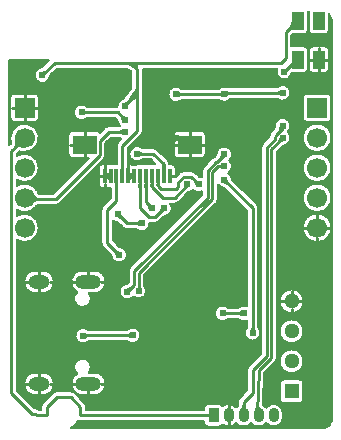
<source format=gbl>
G04 Layer: BottomLayer*
G04 EasyEDA Pro v2.2.32.3, 2024-10-30 17:41:05*
G04 Gerber Generator version 0.3*
G04 Scale: 100 percent, Rotated: No, Reflected: No*
G04 Dimensions in millimeters*
G04 Leading zeros omitted, absolute positions, 3 integers and 5 decimals*
%FSLAX35Y35*%
%MOMM*%
%ADD10C,0.2032*%
%ADD11C,0.254*%
%ADD12R,0.9X1.2*%
%ADD13O,0.9X1.2*%
%ADD14O,1.8X1.2*%
%ADD15O,2.2X1.2*%
%ADD16R,2.0X1.6*%
%ADD17R,2.0010X1.6*%
%ADD18R,2.0X1.6*%
%ADD19R,0.29997X1.3*%
%ADD20R,1.7X1.7*%
%ADD21C,1.7*%
%ADD22R,1.2954X1.2954*%
%ADD23C,1.2954*%
%ADD24R,0.997X1.54501*%
%ADD25C,0.61*%
G75*


G04 Copper Start*
G36*
G01X48098Y-1153293D02*
G01X35814Y-1165577D01*
G01X35814Y-447676D01*
G01X372715Y-447676D01*
G01X313163Y-507227D01*
G01X310375Y-507550D01*
G03X268430Y-620570I4946J-66129D01*
G03X381450Y-578625I46891J46891D01*
G01X381773Y-575837D01*
G01X439195Y-518414D01*
G01X1029172Y-518414D01*
G02X1069086Y-542289I-67599J-158312D01*
G01X1069086Y-682809D01*
G02X1025769Y-744400I-198949J93890D01*
G01X997788Y-772382D01*
G01X996416Y-773554D01*
G01X995169Y-774384D01*
G01X987823Y-778170D01*
G03X949725Y-840486I28177J-60030D01*
G01X693163Y-840486D01*
G01X690962Y-838741D01*
G03X581386Y-889000I-43262J-50259D01*
G03X690962Y-939259I66314J0D01*
G01X693163Y-937514D01*
G01X932405Y-937514D01*
G01X949548Y-954658D01*
G01X949871Y-957453D01*
G03X973375Y-1003300I66129J4953D01*
G01X972738Y-1003841D01*
G01X970537Y-1005586D01*
G01X876300Y-1005586D01*
G03X841995Y-1019795I0J-48514D01*
G01X801513Y-1060278D01*
G03X772592Y-1045588I-28921J-21124D01*
G01X572592Y-1045588D01*
G03X536778Y-1081402I0J-35814D01*
G01X536778Y-1241402D01*
G03X572592Y-1277216I35814J0D01*
G01X707625Y-1277216D01*
G01X407756Y-1577086D01*
G01X290991Y-1577086D01*
G01X287690Y-1576921D01*
G01X286425Y-1576713D01*
G01X286038Y-1576527D01*
G01X285309Y-1575777D01*
G01X284322Y-1574565D01*
G01X280111Y-1568359D01*
G01X274956Y-1559931D01*
G01X274576Y-1559324D01*
G01X268318Y-1549536D01*
G03X266838Y-1547396I-30174J-19292D01*
G01X264814Y-1544686D01*
G03X100714Y-1510673I-99714J-68214D01*
G01X100714Y-1461127D01*
G03X285914Y-1358900I64386J102227D01*
G03X100714Y-1256673I-120814J0D01*
G01X100714Y-1237895D01*
G01X116707Y-1221902D01*
G01X119637Y-1219219D01*
G01X120260Y-1218864D01*
G01X127676Y-1220520D01*
G01X137391Y-1222759D01*
G03X140141Y-1223280I8043J34899D01*
G01X143992Y-1223856D01*
G03X150512Y-1224830I21108J118956D01*
G01X151401Y-1224963D01*
G03X154711Y-1225301I5293J35421D01*
G01X156096Y-1225378D01*
G03X160727Y-1225635I9004J120478D01*
G01X161016Y-1225651D01*
G01X163458Y-1225703D01*
G03X250528Y-1019472I1642J120803D01*
G03X44297Y-1106542I-85428J-85428D01*
G01X44349Y-1108984D01*
G01X44365Y-1109273D01*
G03X44622Y-1113904I120735J4373D01*
G01X44699Y-1115289D01*
G03X45037Y-1118599I35759J1983D01*
G01X45170Y-1119488D01*
G03X46144Y-1126008I119930J14588D01*
G01X46720Y-1129859D01*
G03X47241Y-1132609I35421J5293D01*
G01X49480Y-1142324D01*
G01X51153Y-1149861D01*
G01X50781Y-1150363D01*
G01X48098Y-1153293D01*
G37*
%LPC*%
G36*
G01X44286Y-935900D02*
G03X80100Y-971714I35814J0D01*
G01X250100Y-971714D01*
G03X285914Y-935900I0J35814D01*
G01X285914Y-765900D01*
G03X250100Y-730086I-35814J0D01*
G01X80100Y-730086D01*
G03X44286Y-765900I0J-35814D01*
G01X44286Y-935900D01*
G37*
%LPD*%
G36*
G01X2700000Y-3564186D02*
G01X553974Y-3564186D01*
G03X618515Y-3498827I-58674J122486D01*
G03X638000Y-3502912I19485J44429D01*
G01X1684478Y-3502907D01*
G01X1684478Y-3514392D01*
G03X1720292Y-3550206I35814J0D01*
G01X1810292Y-3550206D01*
G03X1841389Y-3532159I0J35814D01*
G03X1955792Y-3519379I50904J62767D01*
G03X2082792Y-3519379I63500J49986D01*
G03X2209792Y-3519379I63500J49986D01*
G03X2354106Y-3469392I63500J49986D01*
G01X2354106Y-3439392D01*
G03X2209792Y-3389406I-80814J0D01*
G03X2188645Y-3370565I-63500J-49986D01*
G01X2188068Y-3370143D01*
G01X2187272Y-3369070D01*
G01X2186259Y-3367309D01*
G01X2185368Y-3365290D01*
G01X2184800Y-3363504D01*
G01X2184615Y-3362542D01*
G01X2184557Y-3361367D01*
G01X2194103Y-3093752D01*
G01X2287465Y-3000390D01*
G03X2301675Y-2966085I-34305J34305D01*
G01X2301675Y-1221335D01*
G01X2351658Y-1171352D01*
G01X2354453Y-1171029D01*
G03X2412619Y-1125236I-4953J66129D01*
G03X2392125Y-1054100I-63119J20336D01*
G03X2370504Y-940400I-42625J50800D01*
G03X2284904Y-1018297I-21004J-62900D01*
G01X2256795Y-1046405D01*
G03X2243408Y-1071817I34305J-34305D01*
G03X2234631Y-1099648I39737J-27831D01*
G01X2234631Y-1100814D01*
G01X2183256Y-1152189D01*
G03X2169047Y-1186494I34305J-34305D01*
G01X2169047Y-2931244D01*
G01X2063696Y-3036595D01*
G03X2049486Y-3070900I34305J-34305D01*
G01X2049486Y-3241305D01*
G01X1984988Y-3305803D01*
G03X1970778Y-3340108I34305J-34305D01*
G01X1970778Y-3367905D01*
G01X1970694Y-3368917D01*
G01X1970564Y-3369473D01*
G01X1970023Y-3370961D01*
G01X1969018Y-3373053D01*
G01X1967602Y-3375454D01*
G01X1965890Y-3377908D01*
G01X1964046Y-3380188D01*
G01X1961740Y-3382659D01*
G03X1955792Y-3389406I57552J-56733D01*
G03X1841389Y-3376625I-63500J-49986D01*
G03X1810292Y-3358578I-31096J-17767D01*
G01X1720292Y-3358578D01*
G03X1684478Y-3394392I0J-35814D01*
G01X1684478Y-3405879D01*
G01X686514Y-3405884D01*
G01X686514Y-3382592D01*
G03X672305Y-3348287I-48514J0D01*
G01X588713Y-3264695D01*
G03X554408Y-3250486I-34305J-34305D01*
G01X436192Y-3250486D01*
G03X401887Y-3264695I0J-48514D01*
G01X318295Y-3348287D01*
G03X304086Y-3382592I34305J-34305D01*
G01X304086Y-3405886D01*
G01X286725Y-3405886D01*
G03X254000Y-3393186I-32725J-35814D01*
G01X248695Y-3393186D01*
G01X100714Y-3245205D01*
G01X100714Y-1969127D01*
G03X285914Y-1866900I64386J102227D01*
G03X100714Y-1764673I-120814J0D01*
G01X100714Y-1715127D01*
G03X259327Y-1688513I64386J102227D01*
G01X265206Y-1682461D01*
G01X270905Y-1677148D01*
G01X274880Y-1674114D01*
G01X427851Y-1674114D01*
G03X462155Y-1659905I0J48514D01*
G01X834797Y-1287263D01*
G03X849006Y-1252959I-34305J34305D01*
G01X849006Y-1150003D01*
G01X896395Y-1102614D01*
G01X970537Y-1102614D01*
G01X972738Y-1104359D01*
G03X984387Y-1112394I43262J50259D01*
G01X958251Y-1138530D01*
G03X944042Y-1172835I34305J-34305D01*
G01X944042Y-1326349D01*
G01X944033Y-1328635D01*
G01X927519Y-1328635D01*
G03X917499Y-1330065I0J-35814D01*
G03X907479Y-1328635I-10020J-34384D01*
G01X877481Y-1328635D01*
G03X867524Y-1330047I0J-35814D01*
G03X857568Y-1328635I-9957J-34402D01*
G01X827570Y-1328635D01*
G03X791756Y-1364449I0J-35814D01*
G01X791756Y-1494448D01*
G03X827570Y-1530262I35814J0D01*
G01X857568Y-1530262D01*
G03X867524Y-1528850I0J35814D01*
G03X877481Y-1530262I9957J34402D01*
G01X893995Y-1530262D01*
G01X894004Y-1532548D01*
G01X894004Y-1615487D01*
G01X829295Y-1680195D01*
G03X815086Y-1714500I34305J-34305D01*
G01X815086Y-1993900D01*
G03X829295Y-2028205I48514J0D01*
G01X898748Y-2097658D01*
G01X899071Y-2100448D01*
G03X1012091Y-2142391I66129J4948D01*
G03X970148Y-2029371I-46891J46891D01*
G01X967358Y-2029048D01*
G01X912114Y-1973805D01*
G01X912114Y-1805198D01*
G03X947552Y-1818729I40386J52598D01*
G01X950342Y-1819052D01*
G01X994395Y-1863105D01*
G03X1028700Y-1877314I34305J34305D01*
G01X1110237Y-1877314D01*
G01X1112438Y-1879059D01*
G03X1184382Y-1888591I43262J50259D01*
G03X1221975Y-1826514I-28682J59791D01*
G01X1270000Y-1826514D01*
G03X1304305Y-1812305I0J48514D01*
G01X1348358Y-1768252D01*
G01X1351148Y-1767929D01*
G03X1406733Y-1728880I-4948J66129D01*
G03X1398798Y-1661414I-60533J27080D01*
G01X1435100Y-1661414D01*
G03X1469405Y-1647205I0J48514D01*
G01X1551803Y-1564806D01*
G01X1553337Y-1564299D01*
G01X1557056Y-1563418D01*
G03X1590675Y-1544746I-14006J64818D01*
G03X1668486Y-1557645I47625J46146D01*
G01X1668486Y-1590759D01*
G01X1060396Y-2198849D01*
G03X1046186Y-2233154I34305J-34305D01*
G01X1046186Y-2326905D01*
G01X1032892Y-2340198D01*
G01X1030097Y-2340521D01*
G03X975999Y-2436824I4953J-66129D01*
G03X1085737Y-2449409I59051J30174D01*
G03X1177501Y-2446879I44563J49109D01*
G03X1178814Y-2355090I-47201J46579D01*
G01X1178814Y-2267995D01*
G01X1786905Y-1659905D01*
G03X1801114Y-1625600I-34305J34305D01*
G01X1801114Y-1500242D01*
G03X1849252Y-1526629I53086J39742D01*
G01X1852042Y-1526952D01*
G01X2046986Y-1721895D01*
G01X2046986Y-2530542D01*
G03X1976038Y-2540541I-27686J-60258D01*
G01X1973837Y-2542286D01*
G01X1886963Y-2542286D01*
G01X1884762Y-2540541D01*
G03X1775186Y-2590800I-43262J-50259D01*
G03X1884762Y-2641059I66314J0D01*
G01X1886963Y-2639314D01*
G01X1973837Y-2639314D01*
G01X1976038Y-2641059D01*
G03X2046986Y-2651058I43262J50259D01*
G01X2046986Y-2710437D01*
G01X2045241Y-2712638D01*
G03X2095500Y-2822214I50259J-43262D01*
G03X2145759Y-2712638I0J66314D01*
G01X2144014Y-2710437D01*
G01X2144014Y-1701800D01*
G03X2129805Y-1667495I-48514J0D01*
G01X1920652Y-1458342D01*
G01X1920329Y-1455552D01*
G03X1887837Y-1403350I-66129J-4948D01*
G03X1920285Y-1351703I-33637J57150D01*
G03X1896825Y-1295400I-66085J5503D01*
G03X1879356Y-1183242I-42625J50800D01*
G03X1788182Y-1250858I-25156J-61358D01*
G01X1774989Y-1264050D01*
G03X1754349Y-1276296I13665J-46550D01*
G01X1682696Y-1347949D01*
G03X1668486Y-1382254I34305J-34305D01*
G01X1668486Y-1439555D01*
G03X1643248Y-1432471I-30186J-59045D01*
G01X1640458Y-1432148D01*
G01X1609105Y-1400795D01*
G03X1574800Y-1386586I-34305J-34305D01*
G01X1511300Y-1386586D01*
G03X1476995Y-1400795I0J-48514D01*
G01X1443419Y-1434372D01*
G01X1443419Y-1364449D01*
G03X1407605Y-1328635I-35814J0D01*
G01X1391066Y-1328635D01*
G03X1376872Y-1295563I-48498J-1233D01*
G01X1286494Y-1205185D01*
G03X1252190Y-1190976I-34305J-34305D01*
G01X1163063Y-1190976D01*
G01X1160862Y-1189230D01*
G03X1051286Y-1239490I-43262J-50259D01*
G03X1160862Y-1289749I66314J0D01*
G01X1163063Y-1288004D01*
G01X1232094Y-1288004D01*
G01X1273012Y-1328921D01*
G03X1267511Y-1330065I4519J-35528D01*
G03X1257491Y-1328635I-10020J-34384D01*
G01X1227493Y-1328635D01*
G03X1217536Y-1330047I0J-35814D01*
G03X1207580Y-1328635I-9957J-34402D01*
G01X1177582Y-1328635D01*
G03X1167625Y-1330047I0J-35814D01*
G03X1157669Y-1328635I-9957J-34402D01*
G01X1127671Y-1328635D01*
G03X1117651Y-1330065I0J-35814D01*
G03X1107631Y-1328635I-10020J-34384D01*
G01X1077633Y-1328635D01*
G03X1067613Y-1330065I0J-35814D01*
G03X1057593Y-1328635I-10020J-34384D01*
G01X1041079Y-1328635D01*
G01X1041070Y-1326349D01*
G01X1041070Y-1192930D01*
G01X1151905Y-1082095D01*
G03X1166114Y-1047790I-34305J34305D01*
G01X1166114Y-520700D01*
G01X1166060Y-518414D01*
G01X2301942Y-518414D01*
G03X2343127Y-609612I60258J-27686D01*
G03X2427742Y-556193I19073J63512D01*
G01X2429088Y-556218D01*
G01X2528788Y-556218D01*
G03X2564602Y-520404I0J35814D01*
G01X2564602Y-365904D01*
G03X2528788Y-330090I-35814J0D01*
G01X2429088Y-330090D01*
G03X2423414Y-330542I0J-35814D01*
G01X2423414Y-232520D01*
G02X2432395Y-228710I15524J-24108D01*
G01X2528788Y-228710D01*
G03X2564602Y-192896I0J35814D01*
G01X2564602Y-38396D01*
G03X2564509Y-35814I-35814J0D01*
G01X2571371Y-35814D01*
G03X2571278Y-38396I35721J-2582D01*
G01X2571278Y-192896D01*
G03X2607092Y-228710I35814J0D01*
G01X2706792Y-228710D01*
G03X2742606Y-192896I0J35814D01*
G01X2742606Y-51994D01*
G02X2764186Y-100000I-42606J-48006D01*
G01X2764186Y-3500000D01*
G02X2700000Y-3564186I-64186J0D01*
G37*
%LPC*%
G36*
G01X317274Y-3092089D02*
G01X257274Y-3092089D01*
G03X257274Y-3283717I0J-95814D01*
G01X317274Y-3283717D01*
G03X317274Y-3092089I0J95814D01*
G37*
G36*
G01X317274Y-2228083D02*
G01X257274Y-2228083D01*
G03X257274Y-2419711I0J-95814D01*
G01X317274Y-2419711D01*
G03X317274Y-2228083I0J95814D01*
G37*
G36*
G01X655282Y-3283717D02*
G01X755282Y-3283717D01*
G03X755282Y-3092089I0J95814D01*
G01X708071Y-3092089D01*
G03X648031Y-2974457I-52802J47188D01*
G03X613167Y-3101841I7239J-70444D01*
G03X655282Y-3283717I42115J-86062D01*
G37*
G36*
G01X755282Y-2419711D02*
G03X755282Y-2228083I0J95814D01*
G01X655282Y-2228083D01*
G03X613167Y-2409959I0J-95814D01*
G03X648031Y-2537343I42102J-56940D01*
G03X708071Y-2419711I7239J70444D01*
G01X755282Y-2419711D01*
G37*
G36*
G01X1034037Y-2825193D02*
G01X1036238Y-2826939D01*
G03X1145814Y-2776679I43262J50259D01*
G03X1036238Y-2726420I-66314J0D01*
G01X1034037Y-2728165D01*
G01X700868Y-2728165D01*
G01X699376Y-2727420D01*
G01X696099Y-2725415D01*
G03X594724Y-2790477I-35699J-55885D01*
G03X710051Y-2825259I65676J9177D01*
G01X1034037Y-2825193D01*
G37*
G36*
G01X2304037Y-772414D02*
G01X2306238Y-774159D01*
G03X2415814Y-723900I43262J50259D01*
G03X2306238Y-673641I-66314J0D01*
G01X2304037Y-675386D01*
G01X1889223Y-675386D01*
G01X1885618Y-675190D01*
G01X1880897Y-674614D01*
G01X1876254Y-673798D01*
G01X1872647Y-672903D01*
G03X1810938Y-686341I-18447J-63697D01*
G01X1808737Y-688086D01*
G01X1493263Y-688086D01*
G01X1491062Y-686341D01*
G03X1381486Y-736600I-43262J-50259D01*
G03X1491062Y-786859I66314J0D01*
G01X1493263Y-785114D01*
G01X1808737Y-785114D01*
G01X1810938Y-786859D01*
G03X1910011Y-772414I43262J50259D01*
G01X2304037Y-772414D01*
G37*
G36*
G01X1698422Y-1081352D02*
G03X1662608Y-1045538I-35814J0D01*
G01X1462608Y-1045538D01*
G03X1426794Y-1081352I0J-35814D01*
G01X1426794Y-1241351D01*
G03X1462608Y-1277165I35814J0D01*
G01X1662608Y-1277165D01*
G03X1698422Y-1241351I0J35814D01*
G01X1698422Y-1081352D01*
G37*
G36*
G01X2425700Y-2388616D02*
G03X2425700Y-2589784I0J-100584D01*
G03X2425700Y-2388616I0J100584D01*
G37*
G36*
G01X2425700Y-2642616D02*
G03X2425700Y-2843784I0J-100584D01*
G03X2425700Y-2642616I0J100584D01*
G37*
G36*
G01X2325116Y-3315970D02*
G03X2360930Y-3351784I35814J0D01*
G01X2490470Y-3351784D01*
G03X2526284Y-3315970I0J35814D01*
G01X2526284Y-3186430D01*
G03X2490470Y-3150616I-35814J0D01*
G01X2360930Y-3150616D01*
G03X2325116Y-3186430I0J-35814D01*
G01X2325116Y-3315970D01*
G37*
G36*
G01X2425700Y-2896616D02*
G03X2425700Y-3097784I0J-100584D01*
G03X2425700Y-2896616I0J100584D01*
G37*
G36*
G01X2520786Y-935900D02*
G03X2556600Y-971714I35814J0D01*
G01X2726600Y-971714D01*
G03X2762414Y-935900I0J35814D01*
G01X2762414Y-765900D01*
G03X2726600Y-730086I-35814J0D01*
G01X2556600Y-730086D01*
G03X2520786Y-765900I0J-35814D01*
G01X2520786Y-935900D01*
G37*
G36*
G01X2641600Y-1492086D02*
G03X2641600Y-1733714I0J-120814D01*
G03X2641600Y-1492086I0J120814D01*
G37*
G36*
G01X2641600Y-1238086D02*
G03X2641600Y-1479714I0J-120814D01*
G03X2641600Y-1238086I0J120814D01*
G37*
G36*
G01X2641600Y-984086D02*
G03X2641600Y-1225714I0J-120814D01*
G03X2641600Y-984086I0J120814D01*
G37*
G36*
G01X2641600Y-1746086D02*
G03X2641600Y-1987714I0J-120814D01*
G03X2641600Y-1746086I0J120814D01*
G37*
G36*
G01X2607092Y-330090D02*
G03X2571278Y-365904I0J-35814D01*
G01X2571278Y-520404D01*
G03X2607092Y-556218I35814J0D01*
G01X2706792Y-556218D01*
G03X2742606Y-520404I0J35814D01*
G01X2742606Y-365904D01*
G03X2706792Y-330090I-35814J0D01*
G01X2607092Y-330090D01*
G37*
%LPD*%
G54D10*
G01X48098Y-1153293D02*
G01X35814Y-1165577D01*
G01X35814Y-447676D01*
G01X372715Y-447676D01*
G01X313163Y-507227D01*
G01X310375Y-507550D01*
G03X268430Y-620570I4946J-66129D01*
G03X381450Y-578625I46891J46891D01*
G01X381773Y-575837D01*
G01X439195Y-518414D01*
G01X1029172Y-518414D01*
G02X1069086Y-542289I-67599J-158312D01*
G01X1069086Y-682809D01*
G02X1025769Y-744400I-198949J93890D01*
G01X997788Y-772382D01*
G01X996416Y-773554D01*
G01X995169Y-774384D01*
G01X987823Y-778170D01*
G03X949725Y-840486I28177J-60030D01*
G01X693163Y-840486D01*
G01X690962Y-838741D01*
G03X581386Y-889000I-43262J-50259D01*
G03X690962Y-939259I66314J0D01*
G01X693163Y-937514D01*
G01X932405Y-937514D01*
G01X949548Y-954658D01*
G01X949871Y-957453D01*
G03X973375Y-1003300I66129J4953D01*
G01X972738Y-1003841D01*
G01X970537Y-1005586D01*
G01X876300Y-1005586D01*
G03X841995Y-1019795I0J-48514D01*
G01X801513Y-1060278D01*
G03X772592Y-1045588I-28921J-21124D01*
G01X572592Y-1045588D01*
G03X536778Y-1081402I0J-35814D01*
G01X536778Y-1241402D01*
G03X572592Y-1277216I35814J0D01*
G01X707625Y-1277216D01*
G01X407756Y-1577086D01*
G01X290991Y-1577086D01*
G01X287690Y-1576921D01*
G01X286425Y-1576713D01*
G01X286038Y-1576527D01*
G01X285309Y-1575777D01*
G01X284322Y-1574565D01*
G01X280111Y-1568359D01*
G01X274956Y-1559931D01*
G01X274576Y-1559324D01*
G01X268318Y-1549536D01*
G03X266838Y-1547396I-30174J-19292D01*
G01X264814Y-1544686D01*
G03X100714Y-1510673I-99714J-68214D01*
G01X100714Y-1461127D01*
G03X285914Y-1358900I64386J102227D01*
G03X100714Y-1256673I-120814J0D01*
G01X100714Y-1237895D01*
G01X116707Y-1221902D01*
G01X119637Y-1219219D01*
G01X120260Y-1218864D01*
G01X127676Y-1220520D01*
G01X137391Y-1222759D01*
G03X140141Y-1223280I8043J34899D01*
G01X143992Y-1223856D01*
G03X150512Y-1224830I21108J118956D01*
G01X151401Y-1224963D01*
G03X154711Y-1225301I5293J35421D01*
G01X156096Y-1225378D01*
G03X160727Y-1225635I9004J120478D01*
G01X161016Y-1225651D01*
G01X163458Y-1225703D01*
G03X250528Y-1019472I1642J120803D01*
G03X44297Y-1106542I-85428J-85428D01*
G01X44349Y-1108984D01*
G01X44365Y-1109273D01*
G03X44622Y-1113904I120735J4373D01*
G01X44699Y-1115289D01*
G03X45037Y-1118599I35759J1983D01*
G01X45170Y-1119488D01*
G03X46144Y-1126008I119930J14588D01*
G01X46720Y-1129859D01*
G03X47241Y-1132609I35421J5293D01*
G01X49480Y-1142324D01*
G01X51153Y-1149861D01*
G01X50781Y-1150363D01*
G01X48098Y-1153293D01*
G01X44286Y-935900D02*
G03X80100Y-971714I35814J0D01*
G01X250100Y-971714D01*
G03X285914Y-935900I0J35814D01*
G01X285914Y-765900D01*
G03X250100Y-730086I-35814J0D01*
G01X80100Y-730086D01*
G03X44286Y-765900I0J-35814D01*
G01X44286Y-935900D01*
G01X2700000Y-3564186D02*
G01X553974Y-3564186D01*
G03X618515Y-3498827I-58674J122486D01*
G03X638000Y-3502912I19485J44429D01*
G01X1684478Y-3502907D01*
G01X1684478Y-3514392D01*
G03X1720292Y-3550206I35814J0D01*
G01X1810292Y-3550206D01*
G03X1841389Y-3532159I0J35814D01*
G03X1955792Y-3519379I50904J62767D01*
G03X2082792Y-3519379I63500J49986D01*
G03X2209792Y-3519379I63500J49986D01*
G03X2354106Y-3469392I63500J49986D01*
G01X2354106Y-3439392D01*
G03X2209792Y-3389406I-80814J0D01*
G03X2188645Y-3370565I-63500J-49986D01*
G01X2188068Y-3370143D01*
G01X2187272Y-3369070D01*
G01X2186259Y-3367309D01*
G01X2185368Y-3365290D01*
G01X2184800Y-3363504D01*
G01X2184615Y-3362542D01*
G01X2184557Y-3361367D01*
G01X2194103Y-3093752D01*
G01X2287465Y-3000390D01*
G03X2301675Y-2966085I-34305J34305D01*
G01X2301675Y-1221335D01*
G01X2351658Y-1171352D01*
G01X2354453Y-1171029D01*
G03X2412619Y-1125236I-4953J66129D01*
G03X2392125Y-1054100I-63119J20336D01*
G03X2370504Y-940400I-42625J50800D01*
G03X2284904Y-1018297I-21004J-62900D01*
G01X2256795Y-1046405D01*
G03X2243408Y-1071817I34305J-34305D01*
G03X2234631Y-1099648I39737J-27831D01*
G01X2234631Y-1100814D01*
G01X2183256Y-1152189D01*
G03X2169047Y-1186494I34305J-34305D01*
G01X2169047Y-2931244D01*
G01X2063696Y-3036595D01*
G03X2049486Y-3070900I34305J-34305D01*
G01X2049486Y-3241305D01*
G01X1984988Y-3305803D01*
G03X1970778Y-3340108I34305J-34305D01*
G01X1970778Y-3367905D01*
G01X1970694Y-3368917D01*
G01X1970564Y-3369473D01*
G01X1970023Y-3370961D01*
G01X1969018Y-3373053D01*
G01X1967602Y-3375454D01*
G01X1965890Y-3377908D01*
G01X1964046Y-3380188D01*
G01X1961740Y-3382659D01*
G03X1955792Y-3389406I57552J-56733D01*
G03X1841389Y-3376625I-63500J-49986D01*
G03X1810292Y-3358578I-31096J-17767D01*
G01X1720292Y-3358578D01*
G03X1684478Y-3394392I0J-35814D01*
G01X1684478Y-3405879D01*
G01X686514Y-3405884D01*
G01X686514Y-3382592D01*
G03X672305Y-3348287I-48514J0D01*
G01X588713Y-3264695D01*
G03X554408Y-3250486I-34305J-34305D01*
G01X436192Y-3250486D01*
G03X401887Y-3264695I0J-48514D01*
G01X318295Y-3348287D01*
G03X304086Y-3382592I34305J-34305D01*
G01X304086Y-3405886D01*
G01X286725Y-3405886D01*
G03X254000Y-3393186I-32725J-35814D01*
G01X248695Y-3393186D01*
G01X100714Y-3245205D01*
G01X100714Y-1969127D01*
G03X285914Y-1866900I64386J102227D01*
G03X100714Y-1764673I-120814J0D01*
G01X100714Y-1715127D01*
G03X259327Y-1688513I64386J102227D01*
G01X265206Y-1682461D01*
G01X270905Y-1677148D01*
G01X274880Y-1674114D01*
G01X427851Y-1674114D01*
G03X462155Y-1659905I0J48514D01*
G01X834797Y-1287263D01*
G03X849006Y-1252959I-34305J34305D01*
G01X849006Y-1150003D01*
G01X896395Y-1102614D01*
G01X970537Y-1102614D01*
G01X972738Y-1104359D01*
G03X984387Y-1112394I43262J50259D01*
G01X958251Y-1138530D01*
G03X944042Y-1172835I34305J-34305D01*
G01X944042Y-1326349D01*
G01X944033Y-1328635D01*
G01X927519Y-1328635D01*
G03X917499Y-1330065I0J-35814D01*
G03X907479Y-1328635I-10020J-34384D01*
G01X877481Y-1328635D01*
G03X867524Y-1330047I0J-35814D01*
G03X857568Y-1328635I-9957J-34402D01*
G01X827570Y-1328635D01*
G03X791756Y-1364449I0J-35814D01*
G01X791756Y-1494448D01*
G03X827570Y-1530262I35814J0D01*
G01X857568Y-1530262D01*
G03X867524Y-1528850I0J35814D01*
G03X877481Y-1530262I9957J34402D01*
G01X893995Y-1530262D01*
G01X894004Y-1532548D01*
G01X894004Y-1615487D01*
G01X829295Y-1680195D01*
G03X815086Y-1714500I34305J-34305D01*
G01X815086Y-1993900D01*
G03X829295Y-2028205I48514J0D01*
G01X898748Y-2097658D01*
G01X899071Y-2100448D01*
G03X1012091Y-2142391I66129J4948D01*
G03X970148Y-2029371I-46891J46891D01*
G01X967358Y-2029048D01*
G01X912114Y-1973805D01*
G01X912114Y-1805198D01*
G03X947552Y-1818729I40386J52598D01*
G01X950342Y-1819052D01*
G01X994395Y-1863105D01*
G03X1028700Y-1877314I34305J34305D01*
G01X1110237Y-1877314D01*
G01X1112438Y-1879059D01*
G03X1184382Y-1888591I43262J50259D01*
G03X1221975Y-1826514I-28682J59791D01*
G01X1270000Y-1826514D01*
G03X1304305Y-1812305I0J48514D01*
G01X1348358Y-1768252D01*
G01X1351148Y-1767929D01*
G03X1406733Y-1728880I-4948J66129D01*
G03X1398798Y-1661414I-60533J27080D01*
G01X1435100Y-1661414D01*
G03X1469405Y-1647205I0J48514D01*
G01X1551803Y-1564806D01*
G01X1553337Y-1564299D01*
G01X1557056Y-1563418D01*
G03X1590675Y-1544746I-14006J64818D01*
G03X1668486Y-1557645I47625J46146D01*
G01X1668486Y-1590759D01*
G01X1060396Y-2198849D01*
G03X1046186Y-2233154I34305J-34305D01*
G01X1046186Y-2326905D01*
G01X1032892Y-2340198D01*
G01X1030097Y-2340521D01*
G03X975999Y-2436824I4953J-66129D01*
G03X1085737Y-2449409I59051J30174D01*
G03X1177501Y-2446879I44563J49109D01*
G03X1178814Y-2355090I-47201J46579D01*
G01X1178814Y-2267995D01*
G01X1786905Y-1659905D01*
G03X1801114Y-1625600I-34305J34305D01*
G01X1801114Y-1500242D01*
G03X1849252Y-1526629I53086J39742D01*
G01X1852042Y-1526952D01*
G01X2046986Y-1721895D01*
G01X2046986Y-2530542D01*
G03X1976038Y-2540541I-27686J-60258D01*
G01X1973837Y-2542286D01*
G01X1886963Y-2542286D01*
G01X1884762Y-2540541D01*
G03X1775186Y-2590800I-43262J-50259D01*
G03X1884762Y-2641059I66314J0D01*
G01X1886963Y-2639314D01*
G01X1973837Y-2639314D01*
G01X1976038Y-2641059D01*
G03X2046986Y-2651058I43262J50259D01*
G01X2046986Y-2710437D01*
G01X2045241Y-2712638D01*
G03X2095500Y-2822214I50259J-43262D01*
G03X2145759Y-2712638I0J66314D01*
G01X2144014Y-2710437D01*
G01X2144014Y-1701800D01*
G03X2129805Y-1667495I-48514J0D01*
G01X1920652Y-1458342D01*
G01X1920329Y-1455552D01*
G03X1887837Y-1403350I-66129J-4948D01*
G03X1920285Y-1351703I-33637J57150D01*
G03X1896825Y-1295400I-66085J5503D01*
G03X1879356Y-1183242I-42625J50800D01*
G03X1788182Y-1250858I-25156J-61358D01*
G01X1774989Y-1264050D01*
G03X1754349Y-1276296I13665J-46550D01*
G01X1682696Y-1347949D01*
G03X1668486Y-1382254I34305J-34305D01*
G01X1668486Y-1439555D01*
G03X1643248Y-1432471I-30186J-59045D01*
G01X1640458Y-1432148D01*
G01X1609105Y-1400795D01*
G03X1574800Y-1386586I-34305J-34305D01*
G01X1511300Y-1386586D01*
G03X1476995Y-1400795I0J-48514D01*
G01X1443419Y-1434372D01*
G01X1443419Y-1364449D01*
G03X1407605Y-1328635I-35814J0D01*
G01X1391066Y-1328635D01*
G03X1376872Y-1295563I-48498J-1233D01*
G01X1286494Y-1205185D01*
G03X1252190Y-1190976I-34305J-34305D01*
G01X1163063Y-1190976D01*
G01X1160862Y-1189230D01*
G03X1051286Y-1239490I-43262J-50259D01*
G03X1160862Y-1289749I66314J0D01*
G01X1163063Y-1288004D01*
G01X1232094Y-1288004D01*
G01X1273012Y-1328921D01*
G03X1267511Y-1330065I4519J-35528D01*
G03X1257491Y-1328635I-10020J-34384D01*
G01X1227493Y-1328635D01*
G03X1217536Y-1330047I0J-35814D01*
G03X1207580Y-1328635I-9957J-34402D01*
G01X1177582Y-1328635D01*
G03X1167625Y-1330047I0J-35814D01*
G03X1157669Y-1328635I-9957J-34402D01*
G01X1127671Y-1328635D01*
G03X1117651Y-1330065I0J-35814D01*
G03X1107631Y-1328635I-10020J-34384D01*
G01X1077633Y-1328635D01*
G03X1067613Y-1330065I0J-35814D01*
G03X1057593Y-1328635I-10020J-34384D01*
G01X1041079Y-1328635D01*
G01X1041070Y-1326349D01*
G01X1041070Y-1192930D01*
G01X1151905Y-1082095D01*
G03X1166114Y-1047790I-34305J34305D01*
G01X1166114Y-520700D01*
G01X1166060Y-518414D01*
G01X2301942Y-518414D01*
G03X2343127Y-609612I60258J-27686D01*
G03X2427742Y-556193I19073J63512D01*
G01X2429088Y-556218D01*
G01X2528788Y-556218D01*
G03X2564602Y-520404I0J35814D01*
G01X2564602Y-365904D01*
G03X2528788Y-330090I-35814J0D01*
G01X2429088Y-330090D01*
G03X2423414Y-330542I0J-35814D01*
G01X2423414Y-232520D01*
G02X2432395Y-228710I15524J-24108D01*
G01X2528788Y-228710D01*
G03X2564602Y-192896I0J35814D01*
G01X2564602Y-38396D01*
G03X2564509Y-35814I-35814J0D01*
G01X2571371Y-35814D01*
G03X2571278Y-38396I35721J-2582D01*
G01X2571278Y-192896D01*
G03X2607092Y-228710I35814J0D01*
G01X2706792Y-228710D01*
G03X2742606Y-192896I0J35814D01*
G01X2742606Y-51994D01*
G02X2764186Y-100000I-42606J-48006D01*
G01X2764186Y-3500000D01*
G02X2700000Y-3564186I-64186J0D01*
G01X317274Y-3092089D02*
G01X257274Y-3092089D01*
G03X257274Y-3283717I0J-95814D01*
G01X317274Y-3283717D01*
G03X317274Y-3092089I0J95814D01*
G01X317274Y-2228083D02*
G01X257274Y-2228083D01*
G03X257274Y-2419711I0J-95814D01*
G01X317274Y-2419711D01*
G03X317274Y-2228083I0J95814D01*
G01X655282Y-3283717D02*
G01X755282Y-3283717D01*
G03X755282Y-3092089I0J95814D01*
G01X708071Y-3092089D01*
G03X648031Y-2974457I-52802J47188D01*
G03X613167Y-3101841I7239J-70444D01*
G03X655282Y-3283717I42115J-86062D01*
G01X755282Y-2419711D02*
G03X755282Y-2228083I0J95814D01*
G01X655282Y-2228083D01*
G03X613167Y-2409959I0J-95814D01*
G03X648031Y-2537343I42102J-56940D01*
G03X708071Y-2419711I7239J70444D01*
G01X755282Y-2419711D01*
G01X1034037Y-2825193D02*
G01X1036238Y-2826939D01*
G03X1145814Y-2776679I43262J50259D01*
G03X1036238Y-2726420I-66314J0D01*
G01X1034037Y-2728165D01*
G01X700868Y-2728165D01*
G01X699376Y-2727420D01*
G01X696099Y-2725415D01*
G03X594724Y-2790477I-35699J-55885D01*
G03X710051Y-2825259I65676J9177D01*
G01X1034037Y-2825193D01*
G01X2304037Y-772414D02*
G01X2306238Y-774159D01*
G03X2415814Y-723900I43262J50259D01*
G03X2306238Y-673641I-66314J0D01*
G01X2304037Y-675386D01*
G01X1889223Y-675386D01*
G01X1885618Y-675190D01*
G01X1880897Y-674614D01*
G01X1876254Y-673798D01*
G01X1872647Y-672903D01*
G03X1810938Y-686341I-18447J-63697D01*
G01X1808737Y-688086D01*
G01X1493263Y-688086D01*
G01X1491062Y-686341D01*
G03X1381486Y-736600I-43262J-50259D01*
G03X1491062Y-786859I66314J0D01*
G01X1493263Y-785114D01*
G01X1808737Y-785114D01*
G01X1810938Y-786859D01*
G03X1910011Y-772414I43262J50259D01*
G01X2304037Y-772414D01*
G01X1698422Y-1081352D02*
G03X1662608Y-1045538I-35814J0D01*
G01X1462608Y-1045538D01*
G03X1426794Y-1081352I0J-35814D01*
G01X1426794Y-1241351D01*
G03X1462608Y-1277165I35814J0D01*
G01X1662608Y-1277165D01*
G03X1698422Y-1241351I0J35814D01*
G01X1698422Y-1081352D01*
G01X2425700Y-2388616D02*
G03X2425700Y-2589784I0J-100584D01*
G03X2425700Y-2388616I0J100584D01*
G01X2425700Y-2642616D02*
G03X2425700Y-2843784I0J-100584D01*
G03X2425700Y-2642616I0J100584D01*
G01X2325116Y-3315970D02*
G03X2360930Y-3351784I35814J0D01*
G01X2490470Y-3351784D01*
G03X2526284Y-3315970I0J35814D01*
G01X2526284Y-3186430D01*
G03X2490470Y-3150616I-35814J0D01*
G01X2360930Y-3150616D01*
G03X2325116Y-3186430I0J-35814D01*
G01X2325116Y-3315970D01*
G01X2425700Y-2896616D02*
G03X2425700Y-3097784I0J-100584D01*
G03X2425700Y-2896616I0J100584D01*
G01X2520786Y-935900D02*
G03X2556600Y-971714I35814J0D01*
G01X2726600Y-971714D01*
G03X2762414Y-935900I0J35814D01*
G01X2762414Y-765900D01*
G03X2726600Y-730086I-35814J0D01*
G01X2556600Y-730086D01*
G03X2520786Y-765900I0J-35814D01*
G01X2520786Y-935900D01*
G01X2641600Y-1492086D02*
G03X2641600Y-1733714I0J-120814D01*
G03X2641600Y-1492086I0J120814D01*
G01X2641600Y-1238086D02*
G03X2641600Y-1479714I0J-120814D01*
G03X2641600Y-1238086I0J120814D01*
G01X2641600Y-984086D02*
G03X2641600Y-1225714I0J-120814D01*
G03X2641600Y-984086I0J120814D01*
G01X2641600Y-1746086D02*
G03X2641600Y-1987714I0J-120814D01*
G03X2641600Y-1746086I0J120814D01*
G01X2607092Y-330090D02*
G03X2571278Y-365904I0J-35814D01*
G01X2571278Y-520404D01*
G03X2607092Y-556218I35814J0D01*
G01X2706792Y-556218D01*
G03X2742606Y-520404I0J35814D01*
G01X2742606Y-365904D01*
G03X2706792Y-330090I-35814J0D01*
G01X2607092Y-330090D01*
G54D11*
G01X572846Y-1161402D02*
G01X546938Y-1161402D01*
G01X672592Y-1081656D02*
G01X672592Y-1055748D01*
G01X672592Y-1241148D02*
G01X672592Y-1267056D01*
G01X827824Y-1429448D02*
G01X801916Y-1429448D01*
G01X842569Y-1364703D02*
G01X842569Y-1338795D01*
G01X842569Y-1494194D02*
G01X842569Y-1520102D01*
G01X1407351Y-1429448D02*
G01X1433259Y-1429448D01*
G01X1662354Y-1161351D02*
G01X1688262Y-1161351D01*
G01X1462862Y-1161351D02*
G01X1436954Y-1161351D01*
G01X1562608Y-1241097D02*
G01X1562608Y-1267005D01*
G01X1562608Y-1081606D02*
G01X1562608Y-1055698D01*
G01X2656942Y-366158D02*
G01X2656942Y-340250D01*
G01X2656942Y-520150D02*
G01X2656942Y-546058D01*
G01X2706538Y-443154D02*
G01X2732446Y-443154D01*
G01X2607346Y-443154D02*
G01X2581438Y-443154D01*
G01X165100Y-766154D02*
G01X165100Y-740246D01*
G01X165100Y-935646D02*
G01X165100Y-961554D01*
G01X249846Y-850900D02*
G01X275754Y-850900D01*
G01X80354Y-850900D02*
G01X54446Y-850900D01*
G01X287274Y-3128157D02*
G01X287274Y-3102249D01*
G01X287274Y-3247649D02*
G01X287274Y-3273557D01*
G01X377020Y-3187903D02*
G01X402928Y-3187903D01*
G01X197528Y-3187903D02*
G01X171620Y-3187903D01*
G01X287274Y-2264151D02*
G01X287274Y-2238243D01*
G01X287274Y-2383643D02*
G01X287274Y-2409551D01*
G01X377020Y-2323897D02*
G01X402928Y-2323897D01*
G01X197528Y-2323897D02*
G01X171620Y-2323897D01*
G01X705282Y-2264151D02*
G01X705282Y-2238243D01*
G01X815028Y-2323897D02*
G01X840936Y-2323897D01*
G01X595536Y-2323897D02*
G01X569628Y-2323897D01*
G01X705282Y-3247649D02*
G01X705282Y-3273557D01*
G01X815028Y-3187903D02*
G01X840936Y-3187903D01*
G01X595536Y-3187903D02*
G01X569628Y-3187903D01*
G01X1892292Y-3394646D02*
G01X1892292Y-3368738D01*
G01X1892292Y-3514138D02*
G01X1892292Y-3540046D01*
G01X2425700Y-2424684D02*
G01X2425700Y-2398776D01*
G01X2425700Y-2553716D02*
G01X2425700Y-2579624D01*
G01X2490216Y-2489200D02*
G01X2516124Y-2489200D01*
G01X2361184Y-2489200D02*
G01X2335276Y-2489200D01*
G01X2641600Y-1782154D02*
G01X2641600Y-1756246D01*
G01X2641600Y-1951646D02*
G01X2641600Y-1977554D01*
G01X2726346Y-1866900D02*
G01X2752254Y-1866900D01*
G01X2556854Y-1866900D02*
G01X2530946Y-1866900D01*
G04 Copper End*

G04 TearDrop Start*
G36*
G01X2006592Y-3369403D02*
G01X2031992Y-3369403D01*
G01X2032420Y-3374510D01*
G01X2033629Y-3379693D01*
G01X2035509Y-3384864D01*
G01X2037946Y-3389937D01*
G01X2040829Y-3394825D01*
G01X2044047Y-3399439D01*
G01X2047489Y-3403694D01*
G01X2051042Y-3407503D01*
G01X1987542Y-3407503D01*
G01X1991096Y-3403694D01*
G01X1994537Y-3399439D01*
G01X1997756Y-3394825D01*
G01X2000639Y-3389937D01*
G01X2003076Y-3384864D01*
G01X2004955Y-3379693D01*
G01X2006164Y-3374510D01*
G01X2006592Y-3369403D01*
G37*
G36*
G01X2122672Y-3379105D02*
G01X2148712Y-3361600D01*
G01X2148967Y-3366822D01*
G01X2150032Y-3372352D01*
G01X2151825Y-3377986D01*
G01X2154264Y-3383514D01*
G01X2157266Y-3388732D01*
G01X2160749Y-3393430D01*
G01X2164631Y-3397402D01*
G01X2168828Y-3400442D01*
G01X2107441Y-3416686D01*
G01X2112868Y-3407535D01*
G01X2117634Y-3398643D01*
G01X2119573Y-3394097D01*
G01X2121112Y-3389378D01*
G01X2122171Y-3384407D01*
G01X2122672Y-3379105D01*
G37*
G36*
G01X1329868Y-1329868D02*
G01X1355268Y-1329868D01*
G03X1357567Y-1364449I261260J0D01*
G01X1327569Y-1364449D01*
G03X1329868Y-1329868I-258961J34581D01*
G37*
G36*
G01X1305230Y-1508430D02*
G01X1279830Y-1508430D01*
G03X1277531Y-1494448I-43669J0D01*
G01X1307529Y-1494448D01*
G03X1305230Y-1508430I41370J-13981D01*
G37*
G36*
G01X1255192Y-1521892D02*
G01X1229792Y-1521892D01*
G03X1227493Y-1494448I-164968J0D01*
G01X1257491Y-1494448D01*
G03X1255192Y-1521892I162670J-27443D01*
G37*
G36*
G01X1205281Y-1532548D02*
G01X1179881Y-1532548D01*
G03X1177582Y-1494448I-316896J0D01*
G01X1207580Y-1494448D01*
G03X1205281Y-1532548I314597J-38100D01*
G37*
G36*
G01X1155370Y-1532548D02*
G01X1129970Y-1532548D01*
G03X1127671Y-1494448I-316896J0D01*
G01X1157669Y-1494448D01*
G03X1155370Y-1532548I314597J-38100D01*
G37*
G36*
G01X1042594Y-1442148D02*
G01X1042594Y-1416748D01*
G03X1077633Y-1397698I0J41749D01*
G01X1077633Y-1461198D01*
G03X1042594Y-1442148I-35039J-22699D01*
G37*
G36*
G01X1092632Y-1416748D02*
G01X1092632Y-1442148D01*
G03X1057593Y-1461198I0J-41749D01*
G01X1057593Y-1397698D01*
G03X1092632Y-1416748I35039J22699D01*
G37*
G36*
G01X1029894Y-1326349D02*
G01X1055294Y-1326349D01*
G03X1057593Y-1364449I316896J0D01*
G01X1027595Y-1364449D01*
G03X1029894Y-1326349I-314597J38100D01*
G37*
G36*
G01X979856Y-1326349D02*
G01X1005256Y-1326349D01*
G03X1007555Y-1364449I316896J0D01*
G01X977557Y-1364449D01*
G03X979856Y-1326349I-314597J38100D01*
G37*
G36*
G01X955218Y-1532548D02*
G01X929818Y-1532548D01*
G03X927519Y-1494448I-316896J0D01*
G01X957517Y-1494448D01*
G03X955218Y-1532548I314597J-38100D01*
G37*
G36*
G01X842569Y-1442148D02*
G01X842569Y-1416748D01*
G03X877481Y-1397698I0J41516D01*
G01X877481Y-1461198D01*
G03X842569Y-1442148I-34912J-22466D01*
G37*
G36*
G01X892480Y-1416748D02*
G01X892480Y-1442148D01*
G03X857568Y-1461198I0J-41516D01*
G01X857568Y-1397698D01*
G03X892480Y-1416748I34912J22466D01*
G37*
G36*
G01X91938Y-1196022D02*
G01X73978Y-1178062D01*
G01X78452Y-1173177D01*
G01X81873Y-1168558D01*
G01X84349Y-1164149D01*
G01X85991Y-1159892D01*
G01X86906Y-1155733D01*
G01X87205Y-1151613D01*
G01X86995Y-1147476D01*
G01X86386Y-1143267D01*
G01X84407Y-1134402D01*
G01X82141Y-1124566D01*
G01X80458Y-1113306D01*
G01X80108Y-1107001D01*
G01X80232Y-1100171D01*
G01X169829Y-1189768D01*
G01X162999Y-1189892D01*
G01X156694Y-1189542D01*
G01X145434Y-1187859D01*
G01X135598Y-1185593D01*
G01X126733Y-1183614D01*
G01X122524Y-1183005D01*
G01X118387Y-1182795D01*
G01X114267Y-1183094D01*
G01X110108Y-1184009D01*
G01X105851Y-1185651D01*
G01X101442Y-1188127D01*
G01X96823Y-1191548D01*
G01X91938Y-1196022D01*
G37*
G36*
G01X290096Y-1612900D02*
G01X271164Y-1638300D01*
G01X267250Y-1638688D01*
G01X263334Y-1639795D01*
G01X259423Y-1641539D01*
G01X255521Y-1643835D01*
G01X247773Y-1649750D01*
G01X240136Y-1656870D01*
G01X225390Y-1672047D01*
G01X218376Y-1678766D01*
G01X211665Y-1684011D01*
G01X230596Y-1558723D01*
G01X238145Y-1568828D01*
G01X244403Y-1578616D01*
G01X250000Y-1587769D01*
G01X255566Y-1595970D01*
G01X258534Y-1599614D01*
G01X261729Y-1602901D01*
G01X265232Y-1605791D01*
G01X269120Y-1608244D01*
G01X273471Y-1610222D01*
G01X278365Y-1611683D01*
G01X283881Y-1612589D01*
G01X290096Y-1612900D01*
G37*
G36*
G01X2393338Y-211028D02*
G01X2415618Y-152827D01*
G03X2429088Y-112416I-53882J40411D01*
G01X2429088Y-192896D01*
G03X2393338Y-211028I9850J-63732D01*
G37*
G36*
G01X1037817Y-2789379D02*
G01X1037817Y-2763979D01*
G01X1040664Y-2763754D01*
G01X1043538Y-2763117D01*
G01X1049210Y-2760844D01*
G01X1054523Y-2757630D01*
G01X1059167Y-2753946D01*
G01X1059167Y-2799413D01*
G01X1054523Y-2795729D01*
G01X1049210Y-2792515D01*
G01X1043538Y-2790242D01*
G01X1040664Y-2789605D01*
G01X1037817Y-2789379D01*
G37*
G36*
G01X698405Y-2763979D02*
G01X705293Y-2789379D01*
G01X702463Y-2789633D01*
G01X699521Y-2790352D01*
G01X693617Y-2792914D01*
G01X688214Y-2796537D01*
G01X683943Y-2800691D01*
G01X677055Y-2755749D01*
G01X681995Y-2758771D01*
G01X687271Y-2761407D01*
G01X692777Y-2763272D01*
G01X698405Y-2763979D01*
G37*
G36*
G01X1977617Y-2603500D02*
G01X1977617Y-2578100D01*
G01X1980464Y-2577875D01*
G01X1983338Y-2577238D01*
G01X1989010Y-2574965D01*
G01X1994323Y-2571751D01*
G01X1998967Y-2568066D01*
G01X1998967Y-2613534D01*
G01X1994323Y-2609849D01*
G01X1989010Y-2606635D01*
G01X1983338Y-2604362D01*
G01X1980464Y-2603725D01*
G01X1977617Y-2603500D01*
G37*
G36*
G01X1883183Y-2578100D02*
G01X1883183Y-2603500D01*
G01X1880336Y-2603725D01*
G01X1877462Y-2604362D01*
G01X1871790Y-2606635D01*
G01X1866477Y-2609849D01*
G01X1861833Y-2613534D01*
G01X1861833Y-2568066D01*
G01X1866477Y-2571751D01*
G01X1871790Y-2574965D01*
G01X1877462Y-2577238D01*
G01X1880336Y-2577875D01*
G01X1883183Y-2578100D01*
G37*
G36*
G01X1892655Y-1480994D02*
G01X1874694Y-1498955D01*
G01X1872521Y-1497100D01*
G01X1870039Y-1495519D01*
G01X1864421Y-1493115D01*
G01X1858392Y-1491632D01*
G01X1852503Y-1490953D01*
G01X1884653Y-1458803D01*
G01X1885332Y-1464692D01*
G01X1886815Y-1470721D01*
G01X1889219Y-1476339D01*
G01X1890800Y-1478821D01*
G01X1892655Y-1480994D01*
G37*
G36*
G01X2082800Y-2714217D02*
G01X2108200Y-2714217D01*
G01X2108425Y-2717064D01*
G01X2109062Y-2719938D01*
G01X2111335Y-2725610D01*
G01X2114549Y-2730923D01*
G01X2118234Y-2735567D01*
G01X2072766Y-2735567D01*
G01X2076451Y-2730923D01*
G01X2079665Y-2725610D01*
G01X2081938Y-2719938D01*
G01X2082575Y-2717064D01*
G01X2082800Y-2714217D01*
G37*
G36*
G01X2307817Y-736600D02*
G01X2307817Y-711200D01*
G01X2310664Y-710975D01*
G01X2313538Y-710338D01*
G01X2319210Y-708065D01*
G01X2324523Y-704851D01*
G01X2329167Y-701166D01*
G01X2329167Y-746634D01*
G01X2324523Y-742949D01*
G01X2319210Y-739735D01*
G01X2313538Y-737462D01*
G01X2310664Y-736825D01*
G01X2307817Y-736600D01*
G37*
G36*
G01X1812517Y-749300D02*
G01X1812517Y-723900D01*
G01X1815364Y-723675D01*
G01X1818238Y-723038D01*
G01X1823910Y-720765D01*
G01X1829223Y-717551D01*
G01X1833867Y-713866D01*
G01X1833867Y-759334D01*
G01X1829223Y-755649D01*
G01X1823910Y-752435D01*
G01X1818238Y-750162D01*
G01X1815364Y-749525D01*
G01X1812517Y-749300D01*
G37*
G36*
G01X1888250Y-711200D02*
G01X1903503Y-736600D01*
G01X1900417Y-736823D01*
G01X1897238Y-737474D01*
G01X1894072Y-738525D01*
G01X1891025Y-739948D01*
G01X1888204Y-741715D01*
G01X1885714Y-743798D01*
G01X1883662Y-746170D01*
G01X1882153Y-748802D01*
G01X1863221Y-707464D01*
G01X1868832Y-708857D01*
G01X1875627Y-710051D01*
G01X1882475Y-710886D01*
G01X1888250Y-711200D01*
G37*
G36*
G01X335815Y-535224D02*
G01X353776Y-553185D01*
G01X351921Y-555358D01*
G01X350340Y-557840D01*
G01X347936Y-563458D01*
G01X346452Y-569487D01*
G01X345774Y-575376D01*
G01X313624Y-543226D01*
G01X319513Y-542548D01*
G01X325542Y-541064D01*
G01X331160Y-538660D01*
G01X333642Y-537079D01*
G01X335815Y-535224D01*
G37*
G36*
G01X2329006Y-1143355D02*
G01X2311045Y-1125394D01*
G01X2312900Y-1123221D01*
G01X2314481Y-1120739D01*
G01X2316885Y-1115121D01*
G01X2318368Y-1109092D01*
G01X2319047Y-1103203D01*
G01X2351197Y-1135353D01*
G01X2345308Y-1136032D01*
G01X2339279Y-1137515D01*
G01X2333661Y-1139919D01*
G01X2331179Y-1141500D01*
G01X2329006Y-1143355D01*
G37*
G36*
G01X2343383Y-1046387D02*
G01X2314937Y-1038912D01*
G01X2317013Y-1036537D01*
G01X2318848Y-1033821D01*
G01X2320382Y-1030851D01*
G01X2321554Y-1027712D01*
G01X2322303Y-1024492D01*
G01X2322571Y-1021275D01*
G01X2322295Y-1018149D01*
G01X2321416Y-1015198D01*
G01X2364444Y-1029888D01*
G01X2359134Y-1033273D01*
G01X2353449Y-1037524D01*
G01X2343383Y-1046387D01*
G37*
G36*
G01X1427306Y-1143355D02*
G01X1409345Y-1125394D01*
G01X1411200Y-1123221D01*
G01X1412781Y-1120739D01*
G01X1415185Y-1115121D01*
G01X1416668Y-1109092D01*
G01X1417347Y-1103203D01*
G01X1449497Y-1135353D01*
G01X1443608Y-1136032D01*
G01X1437579Y-1137515D01*
G01X1431961Y-1139919D01*
G01X1429479Y-1141500D01*
G01X1427306Y-1143355D01*
G37*
G36*
G01X1114017Y-1841500D02*
G01X1114017Y-1816100D01*
G01X1116864Y-1815875D01*
G01X1119738Y-1815238D01*
G01X1125410Y-1812965D01*
G01X1130723Y-1809751D01*
G01X1135367Y-1806066D01*
G01X1135367Y-1851534D01*
G01X1130723Y-1847849D01*
G01X1125410Y-1844635D01*
G01X1119738Y-1842362D01*
G01X1116864Y-1841725D01*
G01X1114017Y-1841500D01*
G37*
G36*
G01X990955Y-1773094D02*
G01X972994Y-1791055D01*
G01X970821Y-1789200D01*
G01X968339Y-1787619D01*
G01X962721Y-1785215D01*
G01X956692Y-1783732D01*
G01X950803Y-1783053D01*
G01X982953Y-1750903D01*
G01X983632Y-1756792D01*
G01X985115Y-1762821D01*
G01X987519Y-1768439D01*
G01X989100Y-1770921D01*
G01X990955Y-1773094D01*
G37*
G36*
G01X974317Y-1066800D02*
G01X974317Y-1041400D01*
G01X977164Y-1041175D01*
G01X980038Y-1040538D01*
G01X985710Y-1038265D01*
G01X991023Y-1035051D01*
G01X995667Y-1031366D01*
G01X995667Y-1076834D01*
G01X991023Y-1073149D01*
G01X985710Y-1069935D01*
G01X980038Y-1067662D01*
G01X977164Y-1067025D01*
G01X974317Y-1066800D01*
G37*
G36*
G01X1055544Y-2368195D02*
G01X1073505Y-2386156D01*
G01X1071650Y-2388329D01*
G01X1070069Y-2390811D01*
G01X1067665Y-2396429D01*
G01X1066182Y-2402458D01*
G01X1065503Y-2408347D01*
G01X1033353Y-2376197D01*
G01X1039242Y-2375518D01*
G01X1045271Y-2374035D01*
G01X1050889Y-2371631D01*
G01X1053371Y-2370050D01*
G01X1055544Y-2368195D01*
G37*
G36*
G01X1841734Y-1283876D02*
G01X1817177Y-1272511D01*
G01X1818984Y-1270335D01*
G01X1820558Y-1267716D01*
G01X1822935Y-1261611D01*
G01X1824150Y-1255125D01*
G01X1824047Y-1249186D01*
G01X1862108Y-1274057D01*
G01X1856624Y-1275665D01*
G01X1851196Y-1277712D01*
G01X1846131Y-1280385D01*
G01X1841734Y-1283876D01*
G37*
G36*
G01X926745Y-2075006D02*
G01X944706Y-2057045D01*
G01X946879Y-2058900D01*
G01X949361Y-2060481D01*
G01X954979Y-2062885D01*
G01X961008Y-2064368D01*
G01X966897Y-2065047D01*
G01X934747Y-2097197D01*
G01X934068Y-2091308D01*
G01X932585Y-2085279D01*
G01X930181Y-2079661D01*
G01X928600Y-2077179D01*
G01X926745Y-2075006D01*
G37*
G36*
G01X1206145Y-1681306D02*
G01X1224106Y-1663345D01*
G01X1226279Y-1665200D01*
G01X1228761Y-1666781D01*
G01X1234379Y-1669185D01*
G01X1240408Y-1670668D01*
G01X1246297Y-1671347D01*
G01X1214147Y-1703497D01*
G01X1213468Y-1697608D01*
G01X1211985Y-1691579D01*
G01X1209581Y-1685961D01*
G01X1208000Y-1683479D01*
G01X1206145Y-1681306D01*
G37*
G36*
G01X1325706Y-1740255D02*
G01X1307745Y-1722294D01*
G01X1309600Y-1720121D01*
G01X1311181Y-1717639D01*
G01X1313585Y-1712021D01*
G01X1315068Y-1705992D01*
G01X1315747Y-1700103D01*
G01X1347897Y-1732253D01*
G01X1342008Y-1732932D01*
G01X1335979Y-1734415D01*
G01X1330361Y-1736819D01*
G01X1327879Y-1738400D01*
G01X1325706Y-1740255D01*
G37*
G36*
G01X1528254Y-1537707D02*
G01X1505560Y-1524479D01*
G01X1507383Y-1522298D01*
G01X1508955Y-1519713D01*
G01X1511318Y-1513736D01*
G01X1512581Y-1507362D01*
G01X1512679Y-1501405D01*
G01X1549212Y-1528471D01*
G01X1543571Y-1529807D01*
G01X1537963Y-1531661D01*
G01X1532739Y-1534229D01*
G01X1528254Y-1537707D01*
G37*
G36*
G01X1599845Y-1478106D02*
G01X1617806Y-1460145D01*
G01X1619979Y-1462000D01*
G01X1622461Y-1463581D01*
G01X1628079Y-1465985D01*
G01X1634108Y-1467468D01*
G01X1639997Y-1468147D01*
G01X1607847Y-1500297D01*
G01X1607168Y-1494408D01*
G01X1605685Y-1488379D01*
G01X1603281Y-1482761D01*
G01X1601700Y-1480279D01*
G01X1599845Y-1478106D01*
G37*
G36*
G01X1159283Y-1226790D02*
G01X1159283Y-1252190D01*
G01X1156436Y-1252415D01*
G01X1153562Y-1253052D01*
G01X1147890Y-1255325D01*
G01X1142577Y-1258539D01*
G01X1137933Y-1262223D01*
G01X1137933Y-1216756D01*
G01X1142577Y-1220440D01*
G01X1147890Y-1223654D01*
G01X1153562Y-1225927D01*
G01X1156436Y-1226564D01*
G01X1159283Y-1226790D01*
G37*
G36*
G01X1489483Y-723900D02*
G01X1489483Y-749300D01*
G01X1486636Y-749525D01*
G01X1483762Y-750162D01*
G01X1478090Y-752435D01*
G01X1472777Y-755649D01*
G01X1468133Y-759334D01*
G01X1468133Y-713866D01*
G01X1472777Y-717551D01*
G01X1478090Y-720765D01*
G01X1483762Y-723038D01*
G01X1486636Y-723675D01*
G01X1489483Y-723900D01*
G37*
G36*
G01X977545Y-932006D02*
G01X995506Y-914045D01*
G01X997679Y-915900D01*
G01X1000161Y-917481D01*
G01X1005779Y-919885D01*
G01X1011808Y-921368D01*
G01X1017697Y-922047D01*
G01X985547Y-954197D01*
G01X984868Y-948308D01*
G01X983385Y-942279D01*
G01X980981Y-936661D01*
G01X979400Y-934179D01*
G01X977545Y-932006D01*
G37*
G36*
G01X689383Y-876300D02*
G01X689383Y-901700D01*
G01X686536Y-901925D01*
G01X683662Y-902562D01*
G01X677990Y-904835D01*
G01X672677Y-908049D01*
G01X668033Y-911734D01*
G01X668033Y-866266D01*
G01X672677Y-869951D01*
G01X677990Y-873165D01*
G01X683662Y-875438D01*
G01X686536Y-876075D01*
G01X689383Y-876300D01*
G37*
G36*
G01X1022117Y-798702D02*
G01X1051541Y-805199D01*
G01X1049636Y-807454D01*
G01X1047953Y-810141D01*
G01X1045431Y-816354D01*
G01X1044684Y-819649D01*
G01X1044341Y-822914D01*
G01X1044446Y-826035D01*
G01X1045047Y-828898D01*
G01X1003528Y-810367D01*
G01X1013352Y-805303D01*
G01X1018043Y-802180D01*
G01X1022117Y-798702D01*
G37*
G36*
G01X1108620Y-529680D02*
G03X1036139Y-482600I-147046J-147047D01*
G01X1066800Y-469900D01*
G01X1122861Y-482600D01*
G03X1126580Y-511720I20684J-12155D01*
G01X1108620Y-529680D01*
G37*
G36*
G01X1051018Y-769800D02*
G03X1104900Y-690519I-180881J180881D01*
G01X1117600Y-721179D01*
G01X1104900Y-777240D01*
G03X1051018Y-805721I19237J-101600D01*
G01X1051018Y-769800D01*
G37*
G04 TearDrop End*

G04 Pad Start*
G54D12*
G01X1765292Y-3454392D03*
G54D13*
G01X1892292Y-3454392D03*
G01X2019292Y-3454392D03*
G01X2146292Y-3454392D03*
G01X2273292Y-3454392D03*
G54D14*
G01X287274Y-3187903D03*
G01X287274Y-2323897D03*
G54D15*
G01X705282Y-3187903D03*
G01X705282Y-2323897D03*
G54D16*
G01X672592Y-1161402D03*
G54D18*
G01X1562608Y-1161351D03*
G54D19*
G01X1392606Y-1429448D03*
G01X1342568Y-1429448D03*
G01X1292530Y-1429448D03*
G01X1242492Y-1429448D03*
G01X1192581Y-1429448D03*
G01X1142670Y-1429448D03*
G01X1092632Y-1429448D03*
G01X1042594Y-1429448D03*
G01X992556Y-1429448D03*
G01X942518Y-1429448D03*
G01X892480Y-1429448D03*
G01X842569Y-1429448D03*
G54D20*
G01X165100Y-850900D03*
G54D21*
G01X165100Y-1104900D03*
G01X165100Y-1358900D03*
G01X165100Y-1612900D03*
G01X165100Y-1866900D03*
G54D20*
G01X2641600Y-850900D03*
G54D21*
G01X2641600Y-1104900D03*
G01X2641600Y-1358900D03*
G01X2641600Y-1612900D03*
G01X2641600Y-1866900D03*
G54D22*
G01X2425700Y-3251200D03*
G54D23*
G01X2425700Y-2997200D03*
G01X2425700Y-2743200D03*
G01X2425700Y-2489200D03*
G54D24*
G01X2478938Y-115646D03*
G01X2656942Y-115646D03*
G01X2656942Y-443154D03*
G01X2478938Y-443154D03*
G04 Pad End*

G04 Via Start*
G54D25*
G01X1079500Y-2776679D03*
G01X660400Y-2781300D03*
G01X2019300Y-2590800D03*
G01X1841500Y-2590800D03*
G01X1854200Y-1460500D03*
G01X2095500Y-2755900D03*
G01X2349500Y-723900D03*
G01X1854200Y-736600D03*
G01X315321Y-573679D03*
G01X2349500Y-1104900D03*
G01X2349500Y-1003300D03*
G01X1447800Y-1104900D03*
G01X1155700Y-1828800D03*
G01X952500Y-1752600D03*
G01X1016000Y-1054100D03*
G01X1035050Y-2406650D03*
G01X1854200Y-1244600D03*
G01X1130300Y-2400300D03*
G01X1854200Y-1346200D03*
G01X965200Y-2095500D03*
G01X1244600Y-1701800D03*
G01X1346200Y-1701800D03*
G01X1543050Y-1498600D03*
G01X1638300Y-1498600D03*
G01X1117600Y-1239490D03*
G01X1447800Y-736600D03*
G01X1016000Y-952500D03*
G01X647700Y-889000D03*
G01X1016000Y-838200D03*
G01X711200Y-2159000D03*
G01X1092200Y-1320800D03*
G01X2362200Y-546100D03*
G04 Via End*

G04 Track Start*
G54D11*
G01X1079500Y-2776679D02*
G01X665021Y-2776679D01*
G01X660400Y-2781300D01*
G01X2019300Y-2590800D02*
G01X1841500Y-2590800D01*
G01X1854200Y-1460500D02*
G01X2095500Y-1701800D01*
G01X2095500Y-2755900D01*
G01X2374900Y-431800D02*
G01X2336800Y-469900D01*
G01X2253161Y-1201239D02*
G01X2349500Y-1104900D01*
G01X2253161Y-2966085D02*
G01X2253161Y-1201239D01*
G01X1155700Y-1828800D02*
G01X1028700Y-1828800D01*
G01X952500Y-1752600D01*
G01X315321Y-573679D02*
G01X419100Y-469900D01*
G01X1803400Y-1346200D02*
G01X1854200Y-1346200D01*
G01X1854200Y-1253449D02*
G01X1854200Y-1244600D01*
G01X1788654Y-1310600D02*
G01X1797049Y-1310600D01*
G01X1854200Y-1253449D01*
G01X1035050Y-2406650D02*
G01X1094700Y-2347000D01*
G01X992556Y-1429448D02*
G01X992556Y-1172835D01*
G01X942518Y-1429448D02*
G01X942518Y-1635582D01*
G01X863600Y-1714500D01*
G01X863600Y-1993900D01*
G01X965200Y-2095500D01*
G01X1192581Y-1429448D02*
G01X1192581Y-1649781D01*
G01X1244600Y-1701800D01*
G01X1142670Y-1429448D02*
G01X1142670Y-1701470D01*
G01X1219200Y-1778000D02*
G01X1270000Y-1778000D01*
G01X1346200Y-1701800D01*
G01X1142670Y-1701470D02*
G01X1219200Y-1778000D01*
G01X1242492Y-1521892D02*
G01X1242492Y-1429448D01*
G01X1435100Y-1612900D02*
G01X1333500Y-1612900D01*
G01X1242492Y-1521892D01*
G01X1752600Y-1397000D02*
G01X1803400Y-1346200D01*
G01X1130300Y-2400300D02*
G01X1130300Y-2247900D01*
G01X1752600Y-1625600D01*
G01X1752600Y-1397000D01*
G01X1717000Y-1382254D02*
G01X1788654Y-1310600D01*
G01X1094700Y-2347000D02*
G01X1094700Y-2233154D01*
G01X1717000Y-1610854D01*
G01X1717000Y-1382254D01*
G01X1292530Y-1429448D02*
G01X1292530Y-1508430D01*
G01X1320800Y-1536700D01*
G01X1447800Y-1536700D01*
G01X1465761Y-1518739D01*
G01X1465761Y-1480639D01*
G01X1511300Y-1435100D01*
G01X1574800Y-1435100D01*
G01X1638300Y-1498600D01*
G01X1543050Y-1498600D02*
G01X1543050Y-1504950D01*
G01X1435100Y-1612900D01*
G01X1342568Y-1329868D02*
G01X1342568Y-1429448D01*
G01X992556Y-1172835D02*
G01X1117600Y-1047790D01*
G01X1117600Y-520700D02*
G01X1066800Y-469900D01*
G01X2336800Y-469900D02*
G01X1066800Y-469900D01*
G01X419100Y-469900D02*
G01X1066800Y-469900D01*
G01X647700Y-889000D02*
G01X952500Y-889000D01*
G01X1016000Y-952500D01*
G01X1117600Y-1047790D02*
G01X1117600Y-721179D01*
G01X1117600Y-520700D01*
G01X1016000Y-838200D02*
G01X1016000Y-822779D01*
G01X1117600Y-721179D01*
G01X1854200Y-736600D02*
G01X1447800Y-736600D01*
G01X1854200Y-736600D02*
G01X1866900Y-723900D01*
G01X2349500Y-723900D01*
G01X1092632Y-1429448D02*
G01X1042594Y-1429448D01*
G01X892480Y-1429448D02*
G01X842569Y-1429448D01*
G01X1117600Y-1239490D02*
G01X1252190Y-1239490D01*
G01X1342568Y-1329868D01*
G01X1042594Y-1429448D02*
G01X1042594Y-1218006D01*
G01X1384300Y-1168400D02*
G01X1447800Y-1104900D01*
G01X1042594Y-1218006D02*
G01X1092200Y-1168400D01*
G01X1384300Y-1168400D01*
G01X2133600Y-3429000D02*
G01X2146300Y-3072946D01*
G01X2253161Y-2966085D01*
G01X2217561Y-2951339D02*
G01X2098000Y-3070900D01*
G01X2217561Y-1186493D02*
G01X2217561Y-2951339D01*
G01X2283145Y-1120909D02*
G01X2217561Y-1186493D01*
G01X2283145Y-1099648D02*
G01X2283145Y-1120909D01*
G01X2291100Y-1091694D02*
G01X2283145Y-1099648D01*
G01X2291100Y-1080710D02*
G01X2291100Y-1091694D01*
G01X2349500Y-1022310D02*
G01X2291100Y-1080710D01*
G01X2349500Y-1003300D02*
G01X2349500Y-1022310D01*
G01X2098000Y-3070900D02*
G01X2098000Y-3261400D01*
G01X2019292Y-3340108D01*
G01X2019292Y-3454392D01*
G01X2374900Y-211506D02*
G01X2374900Y-431800D01*
G01X2434006Y-152400D02*
G01X2374900Y-211506D01*
G01X2481548Y-152400D02*
G01X2434006Y-152400D01*
G01X2478938Y-115646D02*
G01X2481548Y-118256D01*
G01X2481548Y-152400D01*
G01X52200Y-1217800D02*
G01X165100Y-1104900D01*
G01X52200Y-3265300D02*
G01X52200Y-1217800D01*
G01X876300Y-1054100D02*
G01X1016000Y-1054100D01*
G01X800492Y-1252959D02*
G01X800492Y-1129908D01*
G01X876300Y-1054100D01*
G01X427851Y-1625600D02*
G01X800492Y-1252959D01*
G01X165100Y-1612900D02*
G01X177800Y-1625600D01*
G01X427851Y-1625600D01*
G01X266700Y-3454400D02*
G01X254000Y-3441700D01*
G01X228600Y-3441700D01*
G01X52200Y-3265300D01*
G01X1765292Y-3454392D02*
G01X638000Y-3454398D01*
G01X638000Y-3382592D01*
G01X554408Y-3299000D01*
G01X436192Y-3299000D01*
G01X352600Y-3382592D01*
G01X352600Y-3454399D01*
G01X266700Y-3454400D01*
G01X2478938Y-443154D02*
G01X2465146Y-443154D01*
G01X2362200Y-546100D01*
G04 Track End*

M02*


</source>
